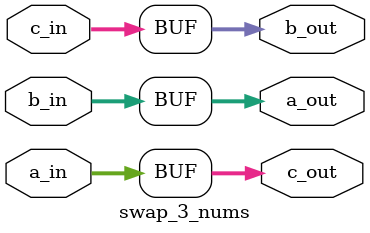
<source format=v>
module swap_3_nums (
    input wire [7:0] a_in,
    input wire [7:0] b_in,
    input wire [7:0] c_in,
    output reg [7:0] a_out,
    output reg [7:0] b_out,
    output reg [7:0] c_out
);
    always @(*) begin
        a_out = b_in;
        b_out = c_in;
        c_out = a_in;
    end
endmodule
</source>
